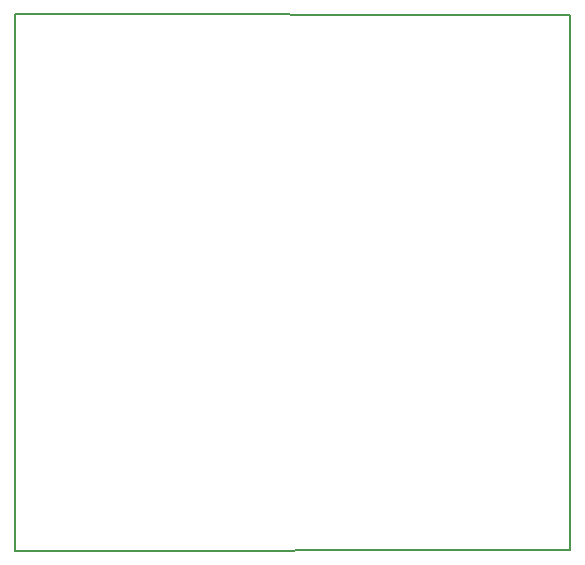
<source format=gbr>
G04 #@! TF.GenerationSoftware,KiCad,Pcbnew,5.1.7-a382d34a8~88~ubuntu18.04.1*
G04 #@! TF.CreationDate,2022-03-10T15:26:47+05:30*
G04 #@! TF.ProjectId,nrf52840_Dev_v1,6e726635-3238-4343-905f-4465765f7631,rev?*
G04 #@! TF.SameCoordinates,Original*
G04 #@! TF.FileFunction,Other,User*
%FSLAX46Y46*%
G04 Gerber Fmt 4.6, Leading zero omitted, Abs format (unit mm)*
G04 Created by KiCad (PCBNEW 5.1.7-a382d34a8~88~ubuntu18.04.1) date 2022-03-10 15:26:47*
%MOMM*%
%LPD*%
G01*
G04 APERTURE LIST*
%ADD10C,0.150000*%
G04 APERTURE END LIST*
D10*
X81900000Y-48897540D02*
X81920320Y-94353380D01*
X128900000Y-49000000D02*
X81900000Y-48897540D01*
X128935560Y-94308520D02*
X128900000Y-49000000D01*
X81920320Y-94353380D02*
X128935560Y-94308520D01*
M02*

</source>
